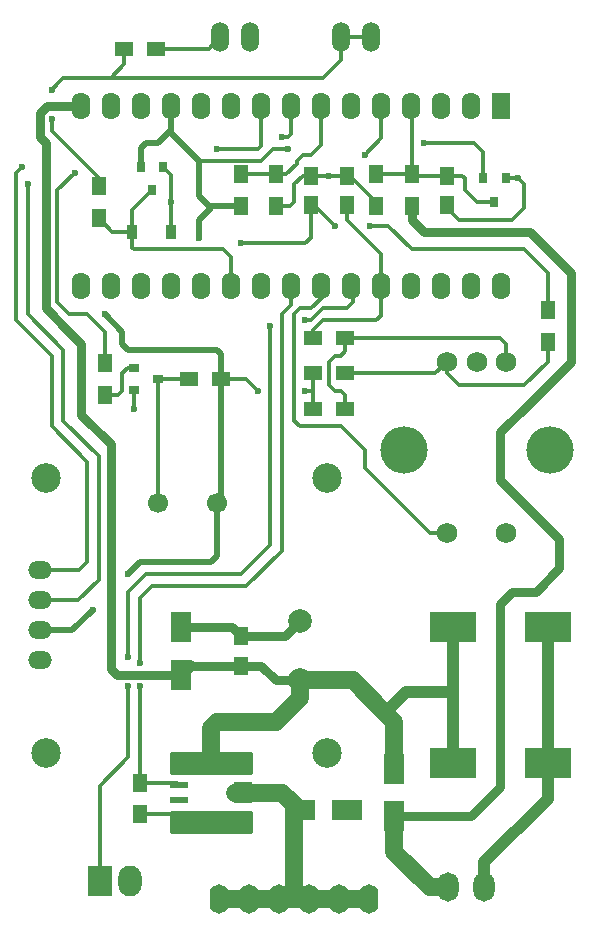
<source format=gbr>
G04 #@! TF.FileFunction,Copper,L1,Top,Signal*
%FSLAX46Y46*%
G04 Gerber Fmt 4.6, Leading zero omitted, Abs format (unit mm)*
G04 Created by KiCad (PCBNEW 4.0.4-stable) date 08/18/21 08:25:54*
%MOMM*%
%LPD*%
G01*
G04 APERTURE LIST*
%ADD10C,0.100000*%
%ADD11R,1.574800X2.286000*%
%ADD12O,1.574800X2.286000*%
%ADD13O,1.520000X2.520000*%
%ADD14R,2.000000X2.600000*%
%ADD15O,2.000000X2.600000*%
%ADD16O,1.800000X2.500000*%
%ADD17O,1.600000X2.500000*%
%ADD18C,2.000000*%
%ADD19R,4.000000X2.500000*%
%ADD20R,1.800000X2.500000*%
%ADD21R,0.800000X0.900000*%
%ADD22R,0.900000X1.200000*%
%ADD23C,1.750000*%
%ADD24O,4.000000X4.000000*%
%ADD25R,1.300000X1.500000*%
%ADD26R,1.550000X0.600000*%
%ADD27O,2.000000X1.524000*%
%ADD28C,2.500000*%
%ADD29R,0.900000X0.800000*%
%ADD30R,1.500000X1.300000*%
%ADD31C,1.700000*%
%ADD32R,2.500000X1.800000*%
%ADD33R,1.250000X1.500000*%
%ADD34C,0.600000*%
%ADD35C,0.350000*%
%ADD36C,1.000000*%
%ADD37C,0.250000*%
%ADD38C,0.750000*%
%ADD39C,1.500000*%
%ADD40C,0.500000*%
%ADD41C,0.254000*%
G04 APERTURE END LIST*
D10*
D11*
X112550000Y-60880000D03*
D12*
X110010000Y-60880000D03*
X107470000Y-60880000D03*
X104930000Y-60880000D03*
X102390000Y-60880000D03*
X99850000Y-60880000D03*
X97310000Y-60880000D03*
X94770000Y-60880000D03*
X92230000Y-60880000D03*
X89690000Y-60880000D03*
X87150000Y-60880000D03*
X84610000Y-60880000D03*
X82070000Y-60880000D03*
X79530000Y-60880000D03*
X76990000Y-60880000D03*
X76990000Y-76120000D03*
X79530000Y-76120000D03*
X82070000Y-76120000D03*
X84610000Y-76120000D03*
X87150000Y-76120000D03*
X89690000Y-76120000D03*
X92230000Y-76120000D03*
X94770000Y-76120000D03*
X97310000Y-76120000D03*
X99850000Y-76120000D03*
X102390000Y-76120000D03*
X104930000Y-76120000D03*
X107470000Y-76120000D03*
X110010000Y-76120000D03*
X112550000Y-76120000D03*
D13*
X88800000Y-55000000D03*
X91340000Y-55000000D03*
X99000000Y-55000000D03*
X101540000Y-55000000D03*
D14*
X78600000Y-126500000D03*
D15*
X81140000Y-126500000D03*
D16*
X111100000Y-127000000D03*
X108100000Y-127000000D03*
D17*
X88640000Y-128000000D03*
X91180000Y-128000000D03*
X93720000Y-128000000D03*
X96260000Y-128000000D03*
X98800000Y-128000000D03*
X101340000Y-128000000D03*
D18*
X95500000Y-109500000D03*
X95500000Y-104500000D03*
D19*
X108500000Y-116500000D03*
X116500000Y-116500000D03*
D20*
X103500000Y-117000000D03*
X103500000Y-121000000D03*
D21*
X83950000Y-66000000D03*
X82050000Y-66000000D03*
X83000000Y-68000000D03*
D22*
X81350000Y-71500000D03*
X84650000Y-71500000D03*
D21*
X112950000Y-67000000D03*
X111050000Y-67000000D03*
X112000000Y-69000000D03*
D23*
X113000000Y-82500000D03*
X108000000Y-82500000D03*
X110500000Y-82500000D03*
X108000000Y-97000000D03*
X113000000Y-97000000D03*
D24*
X104300000Y-90000000D03*
X116700000Y-90000000D03*
D25*
X93500000Y-69350000D03*
X93500000Y-66650000D03*
D26*
X85300000Y-117095000D03*
X85300000Y-118365000D03*
X85300000Y-119635000D03*
X85300000Y-120905000D03*
X90700000Y-120905000D03*
X90700000Y-119635000D03*
X90700000Y-118365000D03*
X90700000Y-117095000D03*
D27*
X73500000Y-107810000D03*
X73500000Y-105270000D03*
X73500000Y-102730000D03*
X73500000Y-100190000D03*
D28*
X97800000Y-115650000D03*
X74000000Y-115650000D03*
X74000000Y-92350000D03*
X97800000Y-92350000D03*
D29*
X81500000Y-83050000D03*
X81500000Y-84950000D03*
X83500000Y-84000000D03*
D25*
X82000000Y-120850000D03*
X82000000Y-118150000D03*
X116500000Y-78150000D03*
X116500000Y-80850000D03*
D30*
X96650000Y-80500000D03*
X99350000Y-80500000D03*
X99350000Y-83500000D03*
X96650000Y-83500000D03*
X96650000Y-86500000D03*
X99350000Y-86500000D03*
D25*
X79000000Y-82650000D03*
X79000000Y-85350000D03*
X90500000Y-66650000D03*
X90500000Y-69350000D03*
D30*
X86150000Y-84000000D03*
X88850000Y-84000000D03*
X80650000Y-56000000D03*
X83350000Y-56000000D03*
D25*
X78500000Y-67650000D03*
X78500000Y-70350000D03*
X105000000Y-66650000D03*
X105000000Y-69350000D03*
X102000000Y-69350000D03*
X102000000Y-66650000D03*
D31*
X83500000Y-94500000D03*
X88500000Y-94500000D03*
D20*
X85500000Y-109000000D03*
X85500000Y-105000000D03*
D32*
X95500000Y-120500000D03*
X99500000Y-120500000D03*
D33*
X90500000Y-108250000D03*
X90500000Y-105750000D03*
D19*
X108500000Y-105000000D03*
X116500000Y-105000000D03*
D33*
X99500000Y-69250000D03*
X99500000Y-66750000D03*
X96500000Y-69250000D03*
X96500000Y-66750000D03*
X108000000Y-69250000D03*
X108000000Y-66750000D03*
D34*
X81500000Y-86500000D03*
X84650000Y-69000000D03*
X98000000Y-66750000D03*
X114000000Y-67000000D03*
X99500000Y-120500000D03*
X100500000Y-120500000D03*
X90500000Y-122000000D03*
X89000000Y-122000000D03*
X87000000Y-122000000D03*
X85500000Y-122000000D03*
X96000000Y-79000000D03*
X93000000Y-79500000D03*
X81000000Y-107500000D03*
X81000000Y-110000000D03*
X98500000Y-71000000D03*
X101500000Y-71000000D03*
X90500000Y-72500000D03*
X106000000Y-64000000D03*
X94500000Y-64500000D03*
X92000000Y-85000000D03*
X96000000Y-85000000D03*
X78000000Y-103500000D03*
X81000000Y-100500000D03*
X87000000Y-72000000D03*
X79000000Y-78500000D03*
X82000000Y-108000000D03*
X82000000Y-110000000D03*
X88500000Y-64500000D03*
X72500000Y-67500000D03*
X94000000Y-63500000D03*
X72000000Y-66000000D03*
X74500000Y-62000000D03*
X74500000Y-59500000D03*
X101000000Y-65000000D03*
X76500000Y-66500000D03*
D35*
X81500000Y-84950000D02*
X81500000Y-86500000D01*
X84650000Y-76080000D02*
X84610000Y-76120000D01*
X83350000Y-56000000D02*
X87800000Y-56000000D01*
X87800000Y-56000000D02*
X88800000Y-55000000D01*
X84650000Y-71500000D02*
X84650000Y-69000000D01*
X84650000Y-69000000D02*
X84650000Y-66700000D01*
X84650000Y-66700000D02*
X83950000Y-66000000D01*
X99500000Y-66750000D02*
X98000000Y-66750000D01*
X96500000Y-66750000D02*
X98000000Y-66750000D01*
X102000000Y-69350000D02*
X102000000Y-69000000D01*
X102000000Y-69000000D02*
X99750000Y-66750000D01*
X99750000Y-66750000D02*
X99500000Y-66750000D01*
X93500000Y-69350000D02*
X94650000Y-69350000D01*
X95750000Y-66750000D02*
X96500000Y-66750000D01*
X95000000Y-67500000D02*
X95750000Y-66750000D01*
X95000000Y-69000000D02*
X95000000Y-67500000D01*
X94650000Y-69350000D02*
X95000000Y-69000000D01*
X108000000Y-69250000D02*
X108000000Y-69500000D01*
X108000000Y-69500000D02*
X109000000Y-70500000D01*
X109000000Y-70500000D02*
X113500000Y-70500000D01*
X113500000Y-70500000D02*
X114500000Y-69500000D01*
X114500000Y-69500000D02*
X114500000Y-67500000D01*
X114500000Y-67500000D02*
X114000000Y-67000000D01*
X114000000Y-67000000D02*
X112950000Y-67000000D01*
X101900000Y-69250000D02*
X102000000Y-69350000D01*
D36*
X116500000Y-116500000D02*
X116500000Y-119500000D01*
X111100000Y-124900000D02*
X111100000Y-127000000D01*
X116500000Y-119500000D02*
X111100000Y-124900000D01*
X116500000Y-105000000D02*
X116500000Y-116500000D01*
D37*
X100500000Y-120500000D02*
X99500000Y-120500000D01*
D35*
X82000000Y-120850000D02*
X85245000Y-120850000D01*
X85245000Y-120850000D02*
X85300000Y-120905000D01*
D38*
X90500000Y-105750000D02*
X94250000Y-105750000D01*
X94250000Y-105750000D02*
X95500000Y-104500000D01*
X85500000Y-105000000D02*
X89750000Y-105000000D01*
X89750000Y-105000000D02*
X90500000Y-105750000D01*
D37*
X85300000Y-120905000D02*
X85300000Y-121800000D01*
X90700000Y-121700000D02*
X90700000Y-120905000D01*
X90500000Y-122000000D02*
X90700000Y-121700000D01*
X87000000Y-122000000D02*
X89000000Y-122000000D01*
X85300000Y-121800000D02*
X85500000Y-122000000D01*
D38*
X105000000Y-69350000D02*
X105000000Y-70500000D01*
X110000000Y-121000000D02*
X103500000Y-121000000D01*
X112500000Y-118500000D02*
X110000000Y-121000000D01*
X112500000Y-103000000D02*
X112500000Y-118500000D01*
X113500000Y-102000000D02*
X112500000Y-103000000D01*
X115500000Y-102000000D02*
X113500000Y-102000000D01*
X117500000Y-100000000D02*
X115500000Y-102000000D01*
X117500000Y-97500000D02*
X117500000Y-100000000D01*
X112500000Y-92500000D02*
X117500000Y-97500000D01*
X112500000Y-91000000D02*
X112500000Y-92500000D01*
X112500000Y-88500000D02*
X112500000Y-91000000D01*
X115000000Y-86000000D02*
X112500000Y-88500000D01*
X118500000Y-82500000D02*
X115000000Y-86000000D01*
X118500000Y-75000000D02*
X118500000Y-82500000D01*
X115000000Y-71500000D02*
X118500000Y-75000000D01*
X106000000Y-71500000D02*
X115000000Y-71500000D01*
X105000000Y-70500000D02*
X106000000Y-71500000D01*
D39*
X108100000Y-127000000D02*
X106500000Y-127000000D01*
X103500000Y-124000000D02*
X103500000Y-121000000D01*
X106500000Y-127000000D02*
X103500000Y-124000000D01*
D35*
X78600000Y-126500000D02*
X78600000Y-118400000D01*
X100000000Y-77500000D02*
X100000000Y-76270000D01*
X99500000Y-78000000D02*
X100000000Y-77500000D01*
X97500000Y-78000000D02*
X99500000Y-78000000D01*
X96500000Y-79000000D02*
X97500000Y-78000000D01*
X96000000Y-79000000D02*
X96500000Y-79000000D01*
X93000000Y-98000000D02*
X93000000Y-79500000D01*
X90500000Y-100500000D02*
X93000000Y-98000000D01*
X90000000Y-100500000D02*
X90500000Y-100500000D01*
X82500000Y-100500000D02*
X90000000Y-100500000D01*
X81000000Y-102000000D02*
X82500000Y-100500000D01*
X81000000Y-107500000D02*
X81000000Y-102000000D01*
X81000000Y-116000000D02*
X81000000Y-110000000D01*
X78600000Y-118400000D02*
X81000000Y-116000000D01*
X100000000Y-76270000D02*
X99850000Y-76120000D01*
D37*
X78800000Y-126300000D02*
X78600000Y-126500000D01*
D39*
X93720000Y-128000000D02*
X96260000Y-128000000D01*
X96260000Y-128000000D02*
X98800000Y-128000000D01*
X98800000Y-128000000D02*
X101340000Y-128000000D01*
X91180000Y-128000000D02*
X93720000Y-128000000D01*
D37*
X90700000Y-118365000D02*
X90700000Y-119635000D01*
D39*
X90000000Y-119000000D02*
X91000000Y-119000000D01*
X94000000Y-119000000D02*
X91000000Y-119000000D01*
X94000000Y-119000000D02*
X95500000Y-120500000D01*
X95000000Y-128000000D02*
X95000000Y-121000000D01*
X95000000Y-121000000D02*
X95500000Y-120500000D01*
X91180000Y-128000000D02*
X95000000Y-128000000D01*
X95000000Y-128000000D02*
X101340000Y-128000000D01*
X88640000Y-128000000D02*
X91180000Y-128000000D01*
D40*
X91180000Y-128000000D02*
X91180000Y-127180000D01*
X96260000Y-128000000D02*
X96260000Y-127260000D01*
X98500000Y-127700000D02*
X98800000Y-128000000D01*
X98800000Y-127800000D02*
X98800000Y-128000000D01*
X88640000Y-127140000D02*
X88640000Y-128000000D01*
X88640000Y-127140000D02*
X88640000Y-128000000D01*
D38*
X85500000Y-109000000D02*
X80000000Y-109000000D01*
X74120000Y-60880000D02*
X76990000Y-60880000D01*
X73500000Y-61500000D02*
X74120000Y-60880000D01*
X73500000Y-63500000D02*
X73500000Y-61500000D01*
X74000000Y-64000000D02*
X73500000Y-63500000D01*
X74000000Y-78000000D02*
X74000000Y-64000000D01*
X74000000Y-78000000D02*
X74000000Y-78000000D01*
X76000000Y-80000000D02*
X74000000Y-78000000D01*
X77000000Y-81000000D02*
X76000000Y-80000000D01*
X77000000Y-87000000D02*
X77000000Y-81000000D01*
X79500000Y-89500000D02*
X77000000Y-87000000D01*
X79500000Y-108500000D02*
X79500000Y-89500000D01*
X80000000Y-109000000D02*
X79500000Y-108500000D01*
X85500000Y-109000000D02*
X85000000Y-109000000D01*
D36*
X108500000Y-110500000D02*
X104500000Y-110500000D01*
X104500000Y-110500000D02*
X102750000Y-112250000D01*
D38*
X90500000Y-108250000D02*
X86250000Y-108250000D01*
X86250000Y-108250000D02*
X85500000Y-109000000D01*
X95500000Y-109500000D02*
X93500000Y-109500000D01*
X92250000Y-108250000D02*
X90500000Y-108250000D01*
X93500000Y-109500000D02*
X92250000Y-108250000D01*
D39*
X95500000Y-109500000D02*
X95500000Y-111000000D01*
X88000000Y-113500000D02*
X88000000Y-116500000D01*
X88500000Y-113000000D02*
X88000000Y-113500000D01*
X93500000Y-113000000D02*
X88500000Y-113000000D01*
X95500000Y-111000000D02*
X93500000Y-113000000D01*
D36*
X86250000Y-108250000D02*
X85500000Y-109000000D01*
X108500000Y-116500000D02*
X108500000Y-110500000D01*
X108500000Y-110500000D02*
X108500000Y-105000000D01*
D39*
X95500000Y-109500000D02*
X100000000Y-109500000D01*
X100000000Y-109500000D02*
X102750000Y-112250000D01*
X103500000Y-113000000D02*
X103500000Y-117000000D01*
X102750000Y-112250000D02*
X103500000Y-113000000D01*
X108000000Y-117000000D02*
X108500000Y-116500000D01*
D35*
X116500000Y-78150000D02*
X116500000Y-75000000D01*
X98500000Y-71000000D02*
X96750000Y-69250000D01*
X103000000Y-71000000D02*
X101500000Y-71000000D01*
X105000000Y-73000000D02*
X103000000Y-71000000D01*
X114500000Y-73000000D02*
X105000000Y-73000000D01*
X116500000Y-75000000D02*
X114500000Y-73000000D01*
X96750000Y-69250000D02*
X96500000Y-69250000D01*
X90500000Y-72500000D02*
X94500000Y-72500000D01*
X94500000Y-72500000D02*
X96000000Y-72500000D01*
X96000000Y-72500000D02*
X96500000Y-72000000D01*
X96500000Y-72000000D02*
X96500000Y-69250000D01*
X96400000Y-69350000D02*
X96500000Y-69250000D01*
X96650000Y-80500000D02*
X96650000Y-79850000D01*
X96650000Y-79850000D02*
X97500000Y-79000000D01*
X97500000Y-79000000D02*
X102000000Y-79000000D01*
X102000000Y-79000000D02*
X102390000Y-78610000D01*
X102390000Y-78610000D02*
X102390000Y-76120000D01*
X99500000Y-69250000D02*
X99500000Y-70500000D01*
X102390000Y-73390000D02*
X102390000Y-76120000D01*
X99500000Y-70500000D02*
X102390000Y-73390000D01*
X105000000Y-66650000D02*
X105000000Y-60950000D01*
X105000000Y-60950000D02*
X104930000Y-60880000D01*
X105000000Y-66650000D02*
X102000000Y-66650000D01*
X108000000Y-66750000D02*
X105100000Y-66750000D01*
X105100000Y-66750000D02*
X105000000Y-66650000D01*
X112000000Y-69000000D02*
X110500000Y-69000000D01*
X109250000Y-66750000D02*
X108000000Y-66750000D01*
X109500000Y-67000000D02*
X109250000Y-66750000D01*
X109500000Y-68000000D02*
X109500000Y-67000000D01*
X110500000Y-69000000D02*
X109500000Y-68000000D01*
X87000000Y-65500000D02*
X92250000Y-65500000D01*
X111050000Y-64800000D02*
X111050000Y-67000000D01*
X110250000Y-64000000D02*
X111050000Y-64800000D01*
X108750000Y-64000000D02*
X110250000Y-64000000D01*
X106000000Y-64000000D02*
X108750000Y-64000000D01*
X93250000Y-64500000D02*
X94500000Y-64500000D01*
X92250000Y-65500000D02*
X93250000Y-64500000D01*
X96650000Y-85000000D02*
X96000000Y-85000000D01*
X91000000Y-84000000D02*
X88850000Y-84000000D01*
X92000000Y-85000000D02*
X91000000Y-84000000D01*
D40*
X88500000Y-94500000D02*
X88500000Y-99000000D01*
X76230000Y-105270000D02*
X73500000Y-105270000D01*
X78000000Y-103500000D02*
X76230000Y-105270000D01*
X82000000Y-99500000D02*
X81000000Y-100500000D01*
X88000000Y-99500000D02*
X82000000Y-99500000D01*
X88500000Y-99000000D02*
X88000000Y-99500000D01*
X88850000Y-84000000D02*
X88850000Y-94150000D01*
X88850000Y-94150000D02*
X88500000Y-94500000D01*
X88000000Y-69350000D02*
X88000000Y-69500000D01*
X88000000Y-69500000D02*
X87000000Y-70500000D01*
X87000000Y-70500000D02*
X87000000Y-72000000D01*
X79000000Y-78500000D02*
X80500000Y-80000000D01*
X80500000Y-80000000D02*
X80500000Y-81000000D01*
X80500000Y-81000000D02*
X81000000Y-81500000D01*
X81000000Y-81500000D02*
X88500000Y-81500000D01*
X88500000Y-81500000D02*
X88850000Y-81850000D01*
X88850000Y-81850000D02*
X88850000Y-84000000D01*
X84610000Y-63000000D02*
X84610000Y-63110000D01*
X87850000Y-69350000D02*
X88000000Y-69350000D01*
X88000000Y-69350000D02*
X90500000Y-69350000D01*
X87000000Y-68500000D02*
X87850000Y-69350000D01*
X87000000Y-65500000D02*
X87000000Y-68500000D01*
X84610000Y-63110000D02*
X87000000Y-65500000D01*
X84610000Y-60880000D02*
X84610000Y-63000000D01*
X84610000Y-63000000D02*
X84610000Y-62890000D01*
X82050000Y-64450000D02*
X82050000Y-66000000D01*
X82500000Y-64000000D02*
X82050000Y-64450000D01*
X83500000Y-64000000D02*
X82500000Y-64000000D01*
X84610000Y-62890000D02*
X83500000Y-64000000D01*
D35*
X96650000Y-86500000D02*
X96650000Y-85000000D01*
X96650000Y-85000000D02*
X96650000Y-83500000D01*
X81350000Y-71500000D02*
X81350000Y-72850000D01*
X89690000Y-73690000D02*
X89690000Y-76120000D01*
X89000000Y-73000000D02*
X89690000Y-73690000D01*
X81500000Y-73000000D02*
X89000000Y-73000000D01*
X81350000Y-72850000D02*
X81500000Y-73000000D01*
X81350000Y-71500000D02*
X81350000Y-69650000D01*
X81350000Y-69650000D02*
X83000000Y-68000000D01*
X81350000Y-71500000D02*
X79650000Y-71500000D01*
X79650000Y-71500000D02*
X78500000Y-70350000D01*
X99350000Y-86500000D02*
X99350000Y-85350000D01*
X99350000Y-81650000D02*
X99350000Y-80500000D01*
X99000000Y-82000000D02*
X99350000Y-81650000D01*
X98500000Y-82000000D02*
X99000000Y-82000000D01*
X98000000Y-82500000D02*
X98500000Y-82000000D01*
X98000000Y-84500000D02*
X98000000Y-82500000D01*
X98500000Y-85000000D02*
X98000000Y-84500000D01*
X99000000Y-85000000D02*
X98500000Y-85000000D01*
X99350000Y-85350000D02*
X99000000Y-85000000D01*
X99350000Y-80500000D02*
X112500000Y-80500000D01*
X113000000Y-81000000D02*
X113000000Y-82500000D01*
X112500000Y-80500000D02*
X113000000Y-81000000D01*
X99350000Y-83500000D02*
X107000000Y-83500000D01*
X107000000Y-83500000D02*
X108000000Y-82500000D01*
X116500000Y-80850000D02*
X116500000Y-82500000D01*
X108000000Y-83500000D02*
X108000000Y-82500000D01*
X109000000Y-84500000D02*
X108000000Y-83500000D01*
X114500000Y-84500000D02*
X109000000Y-84500000D01*
X116500000Y-82500000D02*
X114500000Y-84500000D01*
X108000000Y-97000000D02*
X106500000Y-97000000D01*
X96500000Y-78000000D02*
X97310000Y-77190000D01*
X95500000Y-78000000D02*
X96500000Y-78000000D01*
X95000000Y-78500000D02*
X95500000Y-78000000D01*
X95000000Y-87500000D02*
X95000000Y-78500000D01*
X95500000Y-88000000D02*
X95000000Y-87500000D01*
X99000000Y-88000000D02*
X95500000Y-88000000D01*
X101000000Y-90000000D02*
X99000000Y-88000000D01*
X101000000Y-91500000D02*
X101000000Y-90000000D01*
X106500000Y-97000000D02*
X101000000Y-91500000D01*
X97310000Y-77190000D02*
X97310000Y-76120000D01*
X93500000Y-66650000D02*
X94350000Y-66650000D01*
X97310000Y-64190000D02*
X97310000Y-60880000D01*
X96500000Y-65000000D02*
X97310000Y-64190000D01*
X95750000Y-65000000D02*
X96500000Y-65000000D01*
X95250000Y-65500000D02*
X95750000Y-65000000D01*
X95250000Y-65750000D02*
X95250000Y-65500000D01*
X94350000Y-66650000D02*
X95250000Y-65750000D01*
X93500000Y-66650000D02*
X90500000Y-66650000D01*
X82000000Y-118150000D02*
X82000000Y-110000000D01*
X94770000Y-77730000D02*
X94770000Y-76120000D01*
X94000000Y-78500000D02*
X94770000Y-77730000D01*
X94000000Y-98500000D02*
X94000000Y-78500000D01*
X91000000Y-101500000D02*
X94000000Y-98500000D01*
X83000000Y-101500000D02*
X91000000Y-101500000D01*
X82000000Y-102500000D02*
X83000000Y-101500000D01*
X82000000Y-108000000D02*
X82000000Y-102500000D01*
X82000000Y-118150000D02*
X85085000Y-118150000D01*
X85085000Y-118150000D02*
X85300000Y-118365000D01*
X73500000Y-102730000D02*
X76770000Y-102730000D01*
X92230000Y-64270000D02*
X92230000Y-60880000D01*
X92000000Y-64500000D02*
X92230000Y-64270000D01*
X90500000Y-64500000D02*
X92000000Y-64500000D01*
X88500000Y-64500000D02*
X90500000Y-64500000D01*
X72500000Y-78500000D02*
X72500000Y-67500000D01*
X75500000Y-81500000D02*
X72500000Y-78500000D01*
X75500000Y-87500000D02*
X75500000Y-81500000D01*
X78500000Y-90500000D02*
X75500000Y-87500000D01*
X78500000Y-101000000D02*
X78500000Y-90500000D01*
X76770000Y-102730000D02*
X78500000Y-101000000D01*
X73500000Y-100190000D02*
X76810000Y-100190000D01*
X94770000Y-63230000D02*
X94770000Y-60880000D01*
X94500000Y-63500000D02*
X94770000Y-63230000D01*
X94000000Y-63500000D02*
X94500000Y-63500000D01*
X71500000Y-66500000D02*
X72000000Y-66000000D01*
X71500000Y-79000000D02*
X71500000Y-66500000D01*
X74500000Y-82000000D02*
X71500000Y-79000000D01*
X74500000Y-88000000D02*
X74500000Y-82000000D01*
X77500000Y-91000000D02*
X74500000Y-88000000D01*
X77500000Y-99500000D02*
X77500000Y-91000000D01*
X76810000Y-100190000D02*
X77500000Y-99500000D01*
X80650000Y-56000000D02*
X80650000Y-57350000D01*
X80650000Y-57350000D02*
X79500000Y-58500000D01*
X78500000Y-67650000D02*
X78500000Y-67000000D01*
X78500000Y-67000000D02*
X74500000Y-63000000D01*
X74500000Y-63000000D02*
X74500000Y-62000000D01*
X74500000Y-59500000D02*
X75000000Y-59000000D01*
X75000000Y-59000000D02*
X75500000Y-58500000D01*
X75500000Y-58500000D02*
X79500000Y-58500000D01*
X79500000Y-58500000D02*
X97500000Y-58500000D01*
X97500000Y-58500000D02*
X99000000Y-57000000D01*
X99000000Y-57000000D02*
X99000000Y-55000000D01*
X99000000Y-55000000D02*
X101540000Y-55000000D01*
X79000000Y-85350000D02*
X80150000Y-85350000D01*
X80950000Y-83050000D02*
X81500000Y-83050000D01*
X80500000Y-83500000D02*
X80950000Y-83050000D01*
X80500000Y-85000000D02*
X80500000Y-83500000D01*
X80150000Y-85350000D02*
X80500000Y-85000000D01*
X83500000Y-84000000D02*
X83500000Y-94500000D01*
X86150000Y-84000000D02*
X83500000Y-84000000D01*
X79000000Y-82650000D02*
X79000000Y-80000000D01*
X102390000Y-63610000D02*
X102390000Y-60880000D01*
X101000000Y-65000000D02*
X102390000Y-63610000D01*
X75000000Y-68000000D02*
X76500000Y-66500000D01*
X75000000Y-77500000D02*
X75000000Y-68000000D01*
X76000000Y-78500000D02*
X75000000Y-77500000D01*
X77500000Y-78500000D02*
X76000000Y-78500000D01*
X79000000Y-80000000D02*
X77500000Y-78500000D01*
D41*
G36*
X91373000Y-122373000D02*
X84627000Y-122373000D01*
X84627000Y-120627000D01*
X91373000Y-120627000D01*
X91373000Y-122373000D01*
X91373000Y-122373000D01*
G37*
X91373000Y-122373000D02*
X84627000Y-122373000D01*
X84627000Y-120627000D01*
X91373000Y-120627000D01*
X91373000Y-122373000D01*
G36*
X91373000Y-117373000D02*
X85250901Y-117373000D01*
X85085000Y-117340000D01*
X84627000Y-117340000D01*
X84627000Y-115627000D01*
X91373000Y-115627000D01*
X91373000Y-117373000D01*
X91373000Y-117373000D01*
G37*
X91373000Y-117373000D02*
X85250901Y-117373000D01*
X85085000Y-117340000D01*
X84627000Y-117340000D01*
X84627000Y-115627000D01*
X91373000Y-115627000D01*
X91373000Y-117373000D01*
M02*

</source>
